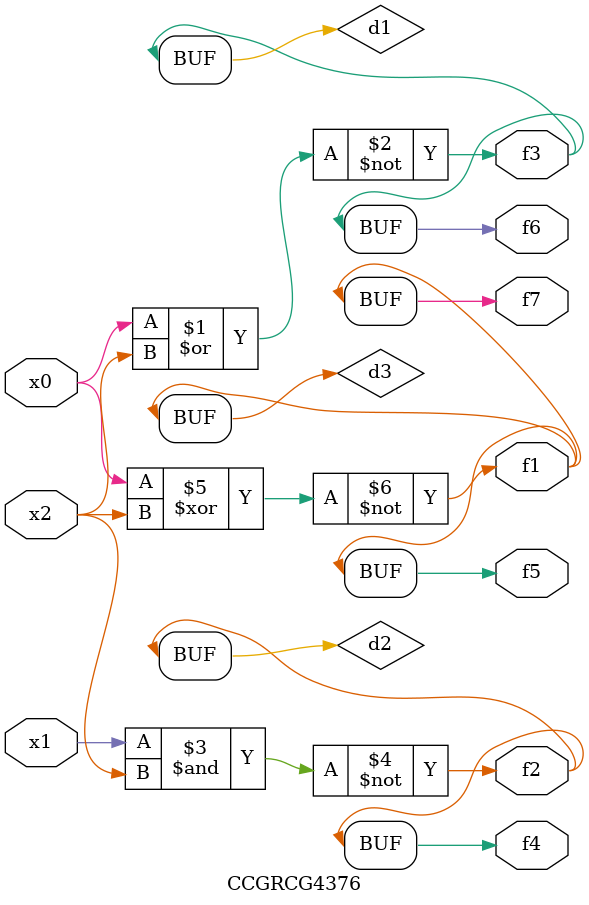
<source format=v>
module CCGRCG4376(
	input x0, x1, x2,
	output f1, f2, f3, f4, f5, f6, f7
);

	wire d1, d2, d3;

	nor (d1, x0, x2);
	nand (d2, x1, x2);
	xnor (d3, x0, x2);
	assign f1 = d3;
	assign f2 = d2;
	assign f3 = d1;
	assign f4 = d2;
	assign f5 = d3;
	assign f6 = d1;
	assign f7 = d3;
endmodule

</source>
